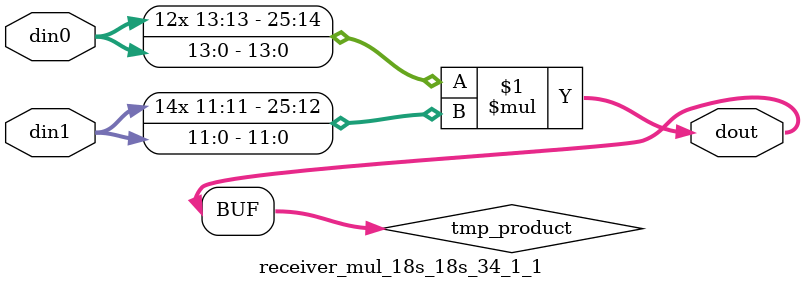
<source format=v>

`timescale 1 ns / 1 ps

  module receiver_mul_18s_18s_34_1_1(din0, din1, dout);
parameter ID = 1;
parameter NUM_STAGE = 0;
parameter din0_WIDTH = 14;
parameter din1_WIDTH = 12;
parameter dout_WIDTH = 26;

input [din0_WIDTH - 1 : 0] din0; 
input [din1_WIDTH - 1 : 0] din1; 
output [dout_WIDTH - 1 : 0] dout;

wire signed [dout_WIDTH - 1 : 0] tmp_product;













assign tmp_product = $signed(din0) * $signed(din1);








assign dout = tmp_product;







endmodule

</source>
